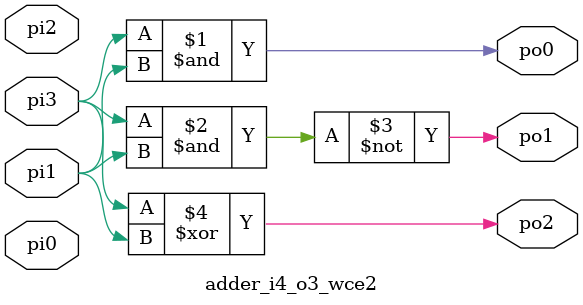
<source format=v>
/* Generated by Yosys 0.9 (git sha1 1979e0b) */

module adder_i4_o3_wce2(pi0, pi1, pi2, pi3, po0, po1, po2);
  input pi0;
  input pi1;
  input pi2;
  input pi3;
  output po0;
  output po1;
  output po2;
  assign po0 = pi3 & pi1;
  assign po1 = ~(pi3 & pi1);
  assign po2 = pi3 ^ pi1;
endmodule

</source>
